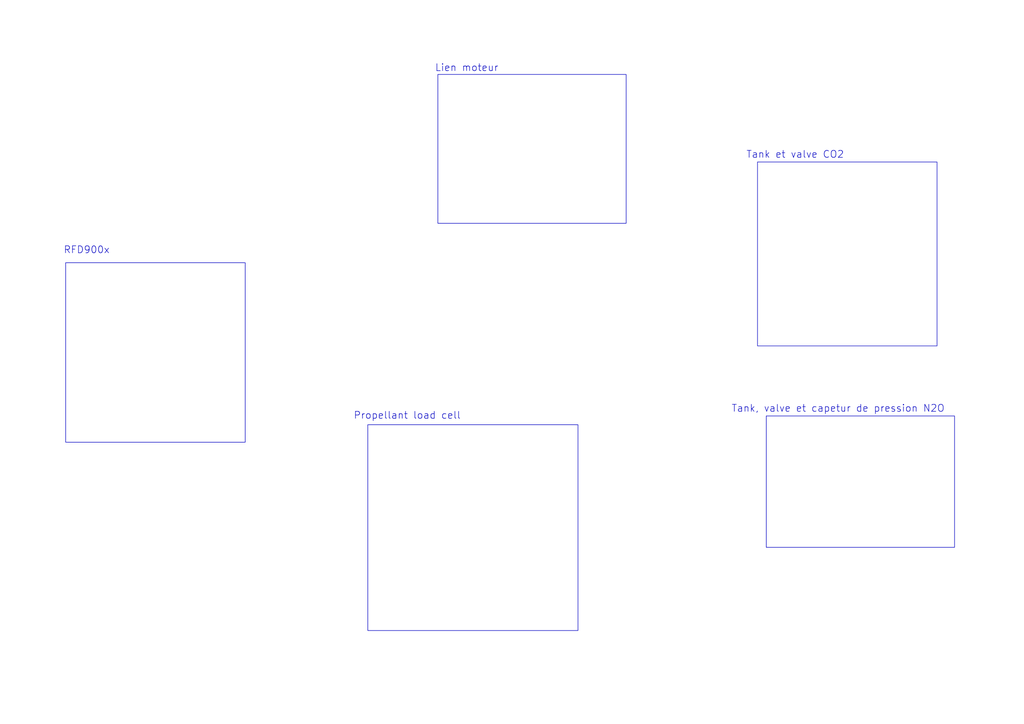
<source format=kicad_sch>
(kicad_sch
	(version 20250114)
	(generator "eeschema")
	(generator_version "9.0")
	(uuid "a63f9ed4-21e4-42d0-8bfc-f96143f84d4d")
	(paper "A4")
	(lib_symbols)
	(rectangle
		(start 127 21.59)
		(end 181.61 64.77)
		(stroke
			(width 0)
			(type default)
		)
		(fill
			(type none)
		)
		(uuid 015103f0-beb8-46a6-a48d-6c9d3c3ea1b7)
	)
	(rectangle
		(start 19.05 76.2)
		(end 71.12 128.27)
		(stroke
			(width 0)
			(type default)
		)
		(fill
			(type none)
		)
		(uuid 0bb5601e-6109-40dc-bacf-593a40a7a547)
	)
	(rectangle
		(start 106.68 123.19)
		(end 167.64 182.88)
		(stroke
			(width 0)
			(type default)
		)
		(fill
			(type none)
		)
		(uuid 13f49e4e-6651-4d8c-9bc5-c72074f70266)
	)
	(rectangle
		(start 222.25 120.65)
		(end 276.86 158.75)
		(stroke
			(width 0)
			(type default)
		)
		(fill
			(type none)
		)
		(uuid 3b3baff3-9462-4c8a-b5e7-06bf586b11ed)
	)
	(rectangle
		(start 219.71 46.99)
		(end 271.78 100.33)
		(stroke
			(width 0)
			(type default)
		)
		(fill
			(type none)
		)
		(uuid d523f2e6-2895-49a6-970b-b8dcdc7fa7bd)
	)
	(text "Tank et valve CO2"
		(exclude_from_sim no)
		(at 230.632 44.958 0)
		(effects
			(font
				(size 2.032 2.032)
			)
		)
		(uuid "8297f29e-6b89-4654-830e-297106c504d3")
	)
	(text "Propellant load cell"
		(exclude_from_sim no)
		(at 118.11 120.65 0)
		(effects
			(font
				(size 2.032 2.032)
			)
		)
		(uuid "ab734845-7594-4819-b2a7-1ea23cdf7f62")
	)
	(text "Tank, valve et capetur de pression N2O"
		(exclude_from_sim no)
		(at 243.078 118.618 0)
		(effects
			(font
				(size 2.032 2.032)
			)
		)
		(uuid "f1241305-5144-4563-80f3-4b2d6ad45db9")
	)
	(text "Lien moteur"
		(exclude_from_sim no)
		(at 135.382 19.812 0)
		(effects
			(font
				(size 2.032 2.032)
			)
		)
		(uuid "f5c9ebb3-c4c5-41ef-90ff-b613bd94ce97")
	)
	(text "RFD900x"
		(exclude_from_sim no)
		(at 25.146 72.644 0)
		(effects
			(font
				(size 2.032 2.032)
			)
		)
		(uuid "f80611fa-1aa5-4a0d-93bf-4cff10aaad1f")
	)
)

</source>
